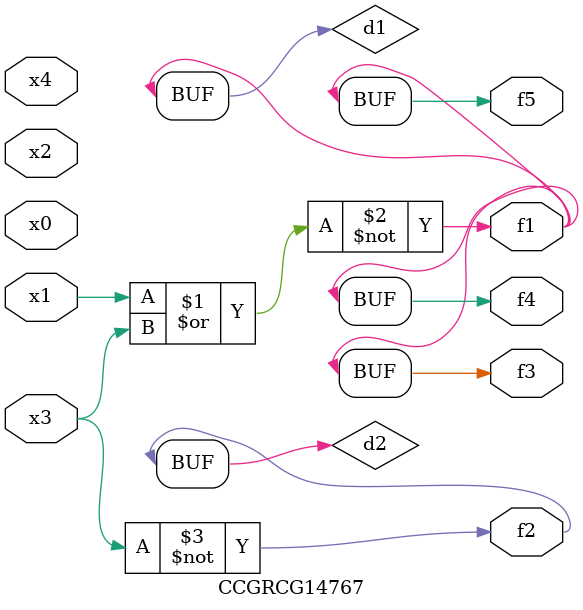
<source format=v>
module CCGRCG14767(
	input x0, x1, x2, x3, x4,
	output f1, f2, f3, f4, f5
);

	wire d1, d2;

	nor (d1, x1, x3);
	not (d2, x3);
	assign f1 = d1;
	assign f2 = d2;
	assign f3 = d1;
	assign f4 = d1;
	assign f5 = d1;
endmodule

</source>
